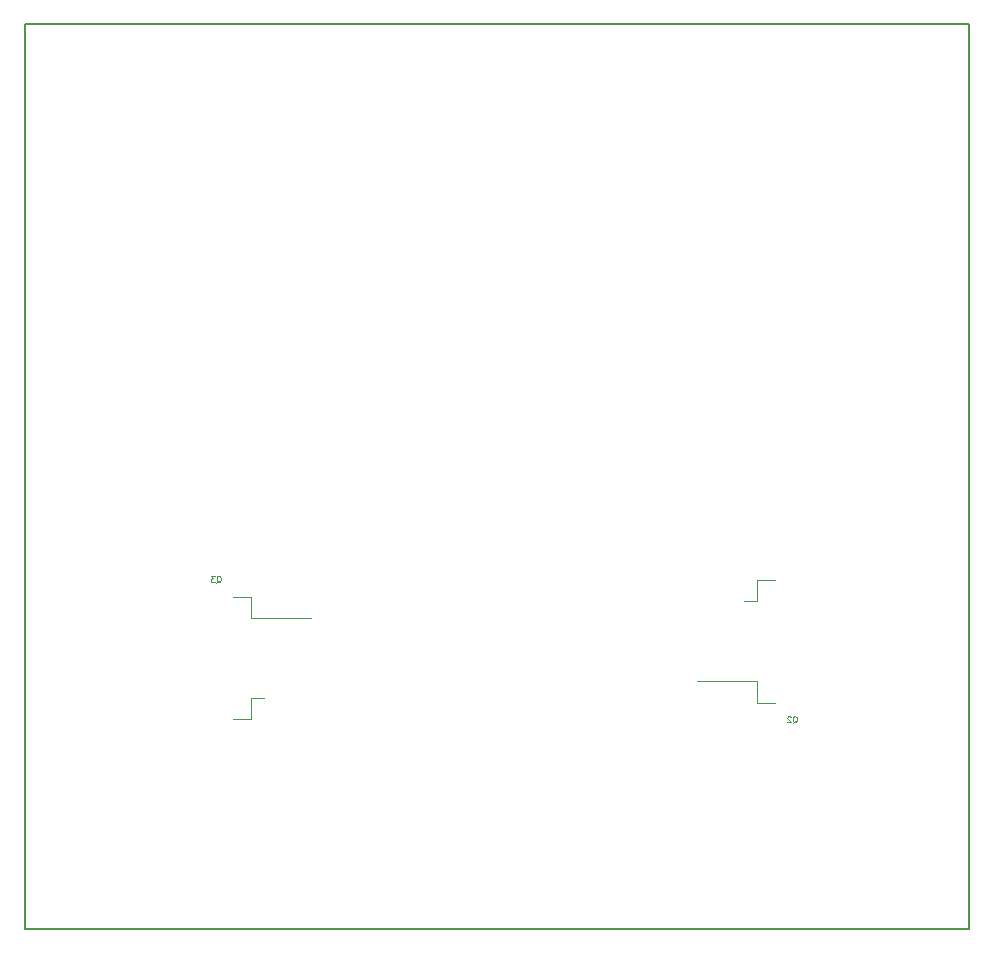
<source format=gbr>
%TF.GenerationSoftware,KiCad,Pcbnew,4.0.7*%
%TF.CreationDate,2018-04-08T16:14:44+02:00*%
%TF.ProjectId,power_board,706F7765725F626F6172642E6B696361,rev?*%
%TF.FileFunction,Legend,Bot*%
%FSLAX46Y46*%
G04 Gerber Fmt 4.6, Leading zero omitted, Abs format (unit mm)*
G04 Created by KiCad (PCBNEW 4.0.7) date 04/08/18 16:14:44*
%MOMM*%
%LPD*%
G01*
G04 APERTURE LIST*
%ADD10C,0.150000*%
%ADD11C,0.120000*%
%ADD12C,0.125000*%
G04 APERTURE END LIST*
D10*
X104000000Y-119820000D02*
X184000000Y-119820000D01*
X104000000Y-43120000D02*
X184000000Y-43120000D01*
X184000000Y-43120000D02*
X184000000Y-119820000D01*
X104000000Y-43120000D02*
X104000000Y-119820000D01*
D11*
X167535000Y-100610000D02*
X166035000Y-100610000D01*
X166035000Y-100610000D02*
X166035000Y-98800000D01*
X166035000Y-98800000D02*
X160910000Y-98800000D01*
X167535000Y-90210000D02*
X166035000Y-90210000D01*
X166035000Y-90210000D02*
X166035000Y-92020000D01*
X166035000Y-92020000D02*
X164935000Y-92020000D01*
X121640000Y-91635000D02*
X123140000Y-91635000D01*
X123140000Y-91635000D02*
X123140000Y-93445000D01*
X123140000Y-93445000D02*
X128265000Y-93445000D01*
X121640000Y-102035000D02*
X123140000Y-102035000D01*
X123140000Y-102035000D02*
X123140000Y-100225000D01*
X123140000Y-100225000D02*
X124240000Y-100225000D01*
D12*
X169032619Y-102333810D02*
X169080238Y-102310000D01*
X169127857Y-102262381D01*
X169199286Y-102190952D01*
X169246905Y-102167143D01*
X169294524Y-102167143D01*
X169270714Y-102286190D02*
X169318333Y-102262381D01*
X169365952Y-102214762D01*
X169389762Y-102119524D01*
X169389762Y-101952857D01*
X169365952Y-101857619D01*
X169318333Y-101810000D01*
X169270714Y-101786190D01*
X169175476Y-101786190D01*
X169127857Y-101810000D01*
X169080238Y-101857619D01*
X169056429Y-101952857D01*
X169056429Y-102119524D01*
X169080238Y-102214762D01*
X169127857Y-102262381D01*
X169175476Y-102286190D01*
X169270714Y-102286190D01*
X168865952Y-101833810D02*
X168842142Y-101810000D01*
X168794523Y-101786190D01*
X168675476Y-101786190D01*
X168627857Y-101810000D01*
X168604047Y-101833810D01*
X168580238Y-101881429D01*
X168580238Y-101929048D01*
X168604047Y-102000476D01*
X168889761Y-102286190D01*
X168580238Y-102286190D01*
X120237619Y-90458810D02*
X120285238Y-90435000D01*
X120332857Y-90387381D01*
X120404286Y-90315952D01*
X120451905Y-90292143D01*
X120499524Y-90292143D01*
X120475714Y-90411190D02*
X120523333Y-90387381D01*
X120570952Y-90339762D01*
X120594762Y-90244524D01*
X120594762Y-90077857D01*
X120570952Y-89982619D01*
X120523333Y-89935000D01*
X120475714Y-89911190D01*
X120380476Y-89911190D01*
X120332857Y-89935000D01*
X120285238Y-89982619D01*
X120261429Y-90077857D01*
X120261429Y-90244524D01*
X120285238Y-90339762D01*
X120332857Y-90387381D01*
X120380476Y-90411190D01*
X120475714Y-90411190D01*
X120094761Y-89911190D02*
X119785238Y-89911190D01*
X119951904Y-90101667D01*
X119880476Y-90101667D01*
X119832857Y-90125476D01*
X119809047Y-90149286D01*
X119785238Y-90196905D01*
X119785238Y-90315952D01*
X119809047Y-90363571D01*
X119832857Y-90387381D01*
X119880476Y-90411190D01*
X120023333Y-90411190D01*
X120070952Y-90387381D01*
X120094761Y-90363571D01*
M02*

</source>
